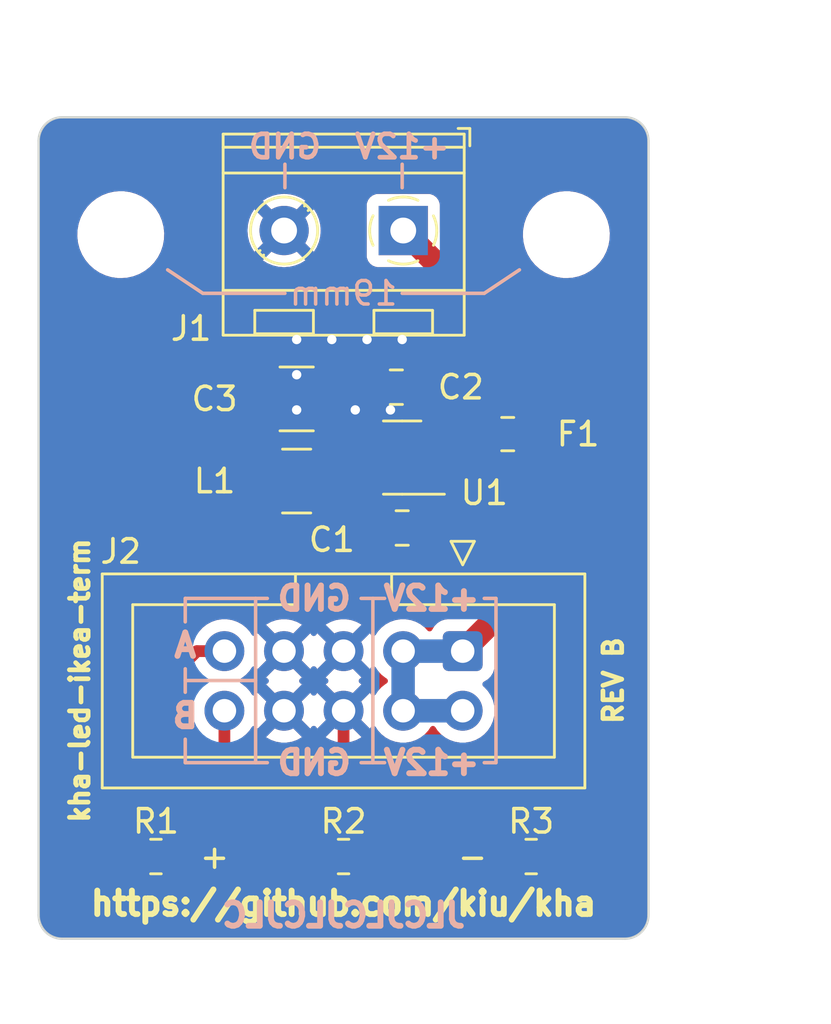
<source format=kicad_pcb>
(kicad_pcb (version 20221018) (generator pcbnew)
  (layers (0 "F.Cu" signal) (31 "B.Cu" signal) (34 "B.Paste" user) (35 "F.Paste" user) (36 "B.SilkS" user "B.Silkscreen") (37 "F.SilkS" user "F.Silkscreen") (38 "B.Mask" user) (39 "F.Mask" user) (44 "Edge.Cuts" user))
  (net 0 "")
  (net 1 "+5V")
  (net 2 "GND")
  (net 3 "Net-(U1-SW)")
  (net 4 "Net-(U1-BST)")
  (net 5 "Net-(U1-EN)")
  (net 6 "+12V")
  (net 7 "Net-(J2-Pin_9)")
  (net 8 "Net-(J2-Pin_10)")
  (footprint "MountingHole:MountingHole_3.2mm_M3" (layer "F.Cu") (at 93.5 47)
    (fp_text reference "H1" hide)
    (fp_text value "MountingHole")
    (pad "" np_thru_hole circle (at 0 0) (size 3.2 3.2) (drill 3.2) (layers "*.Cu" "*.Mask"))
  )
  (footprint "Resistor_SMD:R_0805_2012Metric" (layer "F.Cu") (at 95 73.5)
    (fp_text reference "R1" (at 0 -1.5) (layer "F.SilkS"))
    (fp_text value "R")
    (fp_line (start -0.227064 -0.735) (end 0.227064 -0.735) (stroke (width 0.12)) (layer "F.SilkS"))
    (fp_line (start -0.227064 0.735) (end 0.227064 0.735) (stroke (width 0.12)) (layer "F.SilkS"))
    (pad "1" smd roundrect (at -0.9125 0) (size 1.025 1.4) (layers "F.Cu" "F.Paste" "F.Mask") (roundrect_rratio 0.243902439) (net 1 "+5V"))
    (pad "2" smd roundrect (at 0.9125 0) (size 1.025 1.4) (layers "F.Cu" "F.Paste" "F.Mask") (roundrect_rratio 0.243902439) (net 7 "Net-(J2-Pin_9)"))
  )
  (footprint "Capacitor_SMD:C_0805_2012Metric" (layer "F.Cu") (at 105.5 59.5)
    (fp_text reference "C1" (at -3 0.5) (layer "F.SilkS"))
    (fp_text value "100nF")
    (fp_line (start -0.261252 -0.735) (end 0.261252 -0.735) (stroke (width 0.12)) (layer "F.SilkS"))
    (fp_line (start -0.261252 0.735) (end 0.261252 0.735) (stroke (width 0.12)) (layer "F.SilkS"))
    (pad "1" smd roundrect (at -0.95 0) (size 1 1.45) (layers "F.Cu" "F.Paste" "F.Mask") (net 3 "Net-(U1-SW)"))
    (pad "2" smd roundrect (at 0.95 0) (size 1 1.45) (layers "F.Cu" "F.Paste" "F.Mask") (net 4 "Net-(U1-BST)"))
  )
  (footprint "Fuse:Fuse_0805_2012Metric" (layer "F.Cu") (at 110 55.5)
    (fp_text reference "F1" (at 3 0) (layer "F.SilkS"))
    (fp_text value "Polyfuse")
    (fp_line (start -0.258578 -0.71) (end 0.258578 -0.71) (stroke (width 0.12)) (layer "F.SilkS"))
    (fp_line (start -0.258578 0.71) (end 0.258578 0.71) (stroke (width 0.12)) (layer "F.SilkS"))
    (pad "1" smd roundrect (at -0.9375 0) (size 0.975 1.4) (layers "F.Cu" "F.Paste" "F.Mask") (net 5 "Net-(U1-EN)"))
    (pad "2" smd roundrect (at 0.9375 0) (size 0.975 1.4) (layers "F.Cu" "F.Paste" "F.Mask") (net 6 "+12V"))
  )
  (footprint "MountingHole:MountingHole_3.2mm_M3" (layer "F.Cu") (at 112.5 47)
    (fp_text reference "H2" hide)
    (fp_text value "MountingHole")
    (pad "" np_thru_hole circle (at 0 0) (size 3.2 3.2) (drill 3.2) (layers "*.Cu" "*.Mask"))
  )
  (footprint "Capacitor_SMD:C_0805_2012Metric" (layer "F.Cu") (at 105.25 53.5)
    (fp_text reference "C2" (at 2.75 0) (layer "F.SilkS"))
    (fp_text value "10uF")
    (fp_line (start -0.261252 -0.735) (end 0.261252 -0.735) (stroke (width 0.12)) (layer "F.SilkS"))
    (fp_line (start -0.261252 0.735) (end 0.261252 0.735) (stroke (width 0.12)) (layer "F.SilkS"))
    (pad "1" smd roundrect (at -0.95 0) (size 1 1.45) (layers "F.Cu" "F.Paste" "F.Mask") (net 2 "GND"))
    (pad "2" smd roundrect (at 0.95 0) (size 1 1.45) (layers "F.Cu" "F.Paste" "F.Mask") (net 5 "Net-(U1-EN)"))
  )
  (footprint "TerminalBlock_RND:TerminalBlock_RND_205-00232_1x02_P5.08mm_Horizontal" (layer "F.Cu") (at 105.545 46.825 180)
    (fp_text reference "J1" (at 9.045 -4.175) (layer "F.SilkS"))
    (fp_text value "Screw_Terminal_01x02")
    (fp_line (start -2.84 3.61) (end -2.84 4.35) (stroke (width 0.12)) (layer "F.SilkS"))
    (fp_line (start -2.84 4.35) (end -2.34 4.35) (stroke (width 0.12)) (layer "F.SilkS"))
    (fp_line (start -2.6 -4.46) (end -2.6 4.11) (stroke (width 0.12)) (layer "F.SilkS"))
    (fp_line (start -2.6 -4.46) (end 7.68 -4.46) (stroke (width 0.12)) (layer "F.SilkS"))
    (fp_line (start -2.6 -2.55) (end 7.68 -2.55) (stroke (width 0.12)) (layer "F.SilkS"))
    (fp_line (start -2.6 2.45) (end 7.68 2.45) (stroke (width 0.12)) (layer "F.SilkS"))
    (fp_line (start -2.6 3.55) (end 7.68 3.55) (stroke (width 0.12)) (layer "F.SilkS"))
    (fp_line (start -2.6 4.11) (end 7.68 4.11) (stroke (width 0.12)) (layer "F.SilkS"))
    (fp_line (start -1.25 -4.4) (end -1.25 -3.4) (stroke (width 0.12)) (layer "F.SilkS"))
    (fp_line (start -1.25 -4.4) (end 1.25 -4.4) (stroke (width 0.12)) (layer "F.SilkS"))
    (fp_line (start -1.25 -3.4) (end 1.25 -3.4) (stroke (width 0.12)) (layer "F.SilkS"))
    (fp_line (start 1.25 -4.4) (end 1.25 -3.4) (stroke (width 0.12)) (layer "F.SilkS"))
    (fp_line (start 3.83 -4.4) (end 3.83 -3.4) (stroke (width 0.12)) (layer "F.SilkS"))
    (fp_line (start 3.83 -4.4) (end 6.33 -4.4) (stroke (width 0.12)) (layer "F.SilkS"))
    (fp_line (start 3.83 -3.4) (end 6.33 -3.4) (stroke (width 0.12)) (layer "F.SilkS"))
    (fp_line (start 4.056 0.85) (end 3.996 0.91) (stroke (width 0.12)) (layer "F.SilkS"))
    (fp_line (start 4.21 1.045) (end 4.17 1.085) (stroke (width 0.12)) (layer "F.SilkS"))
    (fp_line (start 5.991 -1.085) (end 5.951 -1.045) (stroke (width 0.12)) (layer "F.SilkS"))
    (fp_line (start 6.165 -0.91) (end 6.105 -0.851) (stroke (width 0.12)) (layer "F.SilkS"))
    (fp_line (start 6.33 -4.4) (end 6.33 -3.4) (stroke (width 0.12)) (layer "F.SilkS"))
    (fp_line (start 7.68 -4.46) (end 7.68 4.11) (stroke (width 0.12)) (layer "F.SilkS"))
    (fp_arc (start -1.286611 0.626746) (mid -1.431146 -0.000698) (end -1.286 -0.628) (stroke (width 0.12)) (layer "F.SilkS"))
    (fp_arc (start -0.627362 -1.285823) (mid -0.000201 -1.430706) (end 0.627 -1.286) (stroke (width 0.12)) (layer "F.SilkS"))
    (fp_arc (start 0.02428 1.43094) (mid -0.310437 1.397071) (end -0.628 1.286) (stroke (width 0.12)) (layer "F.SilkS"))
    (fp_arc (start 0.626871 1.285275) (mid 0.32168 1.393349) (end 0 1.43) (stroke (width 0.12)) (layer "F.SilkS"))
    (fp_arc (start 1.285823 -0.627362) (mid 1.430707 -0.000201) (end 1.286 0.627) (stroke (width 0.12)) (layer "F.SilkS"))
    (fp_circle (center 5.08 0) (end 6.51 0) (stroke (width 0.12)) (fill none) (layer "F.SilkS"))
    (pad "1" thru_hole rect (at 0 0 180) (size 2.1 2.1) (drill 1.1) (layers "*.Cu" "*.Mask") (net 6 "+12V"))
    (pad "2" thru_hole circle (at 5.08 0 180) (size 2.1 2.1) (drill 1.1) (layers "*.Cu" "*.Mask") (net 2 "GND"))
  )
  (footprint "Capacitor_SMD:C_1210_3225Metric" (layer "F.Cu") (at 101 54)
    (fp_text reference "C3" (at -3.5 0) (layer "F.SilkS"))
    (fp_text value "47uF")
    (fp_line (start -0.711252 -1.36) (end 0.711252 -1.36) (stroke (width 0.12)) (layer "F.SilkS"))
    (fp_line (start -0.711252 1.36) (end 0.711252 1.36) (stroke (width 0.12)) (layer "F.SilkS"))
    (pad "1" smd roundrect (at -1.475 0) (size 1.15 2.7) (layers "F.Cu" "F.Paste" "F.Mask") (roundrect_rratio 0.2173913043) (net 1 "+5V"))
    (pad "2" smd roundrect (at 1.475 0) (size 1.15 2.7) (layers "F.Cu" "F.Paste" "F.Mask") (roundrect_rratio 0.2173913043) (net 2 "GND"))
  )
  (footprint "Connector_IDC:IDC-Header_2x05_P2.54mm_Vertical" (layer "F.Cu") (at 108.08 64.7475 -90)
    (fp_text reference "J2" (at -4.2475 14.58) (layer "F.SilkS"))
    (fp_text value "Conn_01x10")
    (fp_line (start -4.68 -0.5) (end -4.68 0.5) (stroke (width 0.12)) (layer "F.SilkS"))
    (fp_line (start -4.68 0.5) (end -3.68 0) (stroke (width 0.12)) (layer "F.SilkS"))
    (fp_line (start -3.68 0) (end -4.68 -0.5) (stroke (width 0.12)) (layer "F.SilkS"))
    (fp_line (start -3.29 -5.21) (end 5.83 -5.21) (stroke (width 0.12)) (layer "F.SilkS"))
    (fp_line (start -3.29 3.03) (end -1.98 3.03) (stroke (width 0.12)) (layer "F.SilkS"))
    (fp_line (start -3.29 15.37) (end -3.29 -5.21) (stroke (width 0.12)) (layer "F.SilkS"))
    (fp_line (start -1.98 -3.91) (end 4.52 -3.91) (stroke (width 0.12)) (layer "F.SilkS"))
    (fp_line (start -1.98 3.03) (end -1.98 -3.91) (stroke (width 0.12)) (layer "F.SilkS"))
    (fp_line (start -1.98 7.13) (end -3.29 7.13) (stroke (width 0.12)) (layer "F.SilkS"))
    (fp_line (start -1.98 7.13) (end -1.98 7.13) (stroke (width 0.12)) (layer "F.SilkS"))
    (fp_line (start -1.98 14.07) (end -1.98 7.13) (stroke (width 0.12)) (layer "F.SilkS"))
    (fp_line (start 4.52 -3.91) (end 4.52 14.07) (stroke (width 0.12)) (layer "F.SilkS"))
    (fp_line (start 4.52 14.07) (end -1.98 14.07) (stroke (width 0.12)) (layer "F.SilkS"))
    (fp_line (start 5.83 -5.21) (end 5.83 15.37) (stroke (width 0.12)) (layer "F.SilkS"))
    (fp_line (start 5.83 15.37) (end -3.29 15.37) (stroke (width 0.12)) (layer "F.SilkS"))
    (pad "1" thru_hole roundrect (at 0 0 270) (size 1.7 1.7) (drill 1) (layers "*.Cu" "*.Mask") (roundrect_rratio 0.1470588235) (net 6 "+12V"))
    (pad "2" thru_hole circle (at 2.54 0 270) (size 1.7 1.7) (drill 1) (layers "*.Cu" "*.Mask") (net 6 "+12V"))
    (pad "3" thru_hole circle (at 0 2.54 270) (size 1.7 1.7) (drill 1) (layers "*.Cu" "*.Mask") (net 6 "+12V"))
    (pad "4" thru_hole circle (at 2.54 2.54 270) (size 1.7 1.7) (drill 1) (layers "*.Cu" "*.Mask") (net 6 "+12V"))
    (pad "5" thru_hole circle (at 0 5.08 270) (size 1.7 1.7) (drill 1) (layers "*.Cu" "*.Mask") (net 2 "GND"))
    (pad "6" thru_hole circle (at 2.54 5.08 270) (size 1.7 1.7) (drill 1) (layers "*.Cu" "*.Mask") (net 2 "GND"))
    (pad "7" thru_hole circle (at 0 7.62 270) (size 1.7 1.7) (drill 1) (layers "*.Cu" "*.Mask") (net 2 "GND"))
    (pad "8" thru_hole circle (at 2.54 7.62 270) (size 1.7 1.7) (drill 1) (layers "*.Cu" "*.Mask") (net 2 "GND"))
    (pad "9" thru_hole circle (at 0 10.16 270) (size 1.7 1.7) (drill 1) (layers "*.Cu" "*.Mask") (net 7 "Net-(J2-Pin_9)"))
    (pad "10" thru_hole circle (at 2.54 10.16 270) (size 1.7 1.7) (drill 1) (layers "*.Cu" "*.Mask") (net 8 "Net-(J2-Pin_10)"))
  )
  (footprint "Resistor_SMD:R_0805_2012Metric" (layer "F.Cu") (at 103 73.5)
    (fp_text reference "R2" (at 0 -1.5) (layer "F.SilkS"))
    (fp_text value "R")
    (fp_line (start -0.227064 -0.735) (end 0.227064 -0.735) (stroke (width 0.12)) (layer "F.SilkS"))
    (fp_line (start -0.227064 0.735) (end 0.227064 0.735) (stroke (width 0.12)) (layer "F.SilkS"))
    (pad "1" smd roundrect (at -0.9125 0) (size 1.025 1.4) (layers "F.Cu" "F.Paste" "F.Mask") (roundrect_rratio 0.243902439) (net 7 "Net-(J2-Pin_9)"))
    (pad "2" smd roundrect (at 0.9125 0) (size 1.025 1.4) (layers "F.Cu" "F.Paste" "F.Mask") (roundrect_rratio 0.243902439) (net 8 "Net-(J2-Pin_10)"))
  )
  (footprint "Package_TO_SOT_SMD:TSOT-23-6" (layer "F.Cu") (at 105.5 56.5 180)
    (fp_text reference "U1" (at -3.5 -1.5) (layer "F.SilkS"))
    (fp_text value "AP63205WU")
    (fp_line (start 0 -1.56) (end -1.8 -1.56) (stroke (width 0.12)) (layer "F.SilkS"))
    (fp_line (start 0 -1.56) (end 0.8 -1.56) (stroke (width 0.12)) (layer "F.SilkS"))
    (fp_line (start 0 1.56) (end -0.8 1.56) (stroke (width 0.12)) (layer "F.SilkS"))
    (fp_line (start 0 1.56) (end 0.8 1.56) (stroke (width 0.12)) (layer "F.SilkS"))
    (pad "1" smd roundrect (at -1.1375 -0.95 180) (size 1.325 0.6) (layers "F.Cu" "F.Paste" "F.Mask") (net 1 "+5V"))
    (pad "2" smd roundrect (at -1.1375 0 180) (size 1.325 0.6) (layers "F.Cu" "F.Paste" "F.Mask") (net 5 "Net-(U1-EN)"))
    (pad "3" smd roundrect (at -1.1375 0.95 180) (size 1.325 0.6) (layers "F.Cu" "F.Paste" "F.Mask") (net 5 "Net-(U1-EN)"))
    (pad "4" smd roundrect (at 1.1375 0.95 180) (size 1.325 0.6) (layers "F.Cu" "F.Paste" "F.Mask") (net 2 "GND"))
    (pad "5" smd roundrect (at 1.1375 0 180) (size 1.325 0.6) (layers "F.Cu" "F.Paste" "F.Mask") (net 3 "Net-(U1-SW)"))
    (pad "6" smd roundrect (at 1.1375 -0.95 180) (size 1.325 0.6) (layers "F.Cu" "F.Paste" "F.Mask") (net 4 "Net-(U1-BST)"))
  )
  (footprint "Resistor_SMD:R_0805_2012Metric" (layer "F.Cu") (at 111 73.5)
    (fp_text reference "R3" (at 0 -1.5) (layer "F.SilkS"))
    (fp_text value "R")
    (fp_line (start -0.227064 -0.735) (end 0.227064 -0.735) (stroke (width 0.12)) (layer "F.SilkS"))
    (fp_line (start -0.227064 0.735) (end 0.227064 0.735) (stroke (width 0.12)) (layer "F.SilkS"))
    (pad "1" smd roundrect (at -0.9125 0) (size 1.025 1.4) (layers "F.Cu" "F.Paste" "F.Mask") (roundrect_rratio 0.243902439) (net 8 "Net-(J2-Pin_10)"))
    (pad "2" smd roundrect (at 0.9125 0) (size 1.025 1.4) (layers "F.Cu" "F.Paste" "F.Mask") (roundrect_rratio 0.243902439) (net 2 "GND"))
  )
  (footprint "Inductor_SMD:L_1210_3225Metric" (layer "F.Cu") (at 101 57.5 180)
    (fp_text reference "L1" (at 3.5 0) (layer "F.SilkS"))
    (fp_text value "4.7uH")
    (fp_line (start -0.602064 -1.36) (end 0.602064 -1.36) (stroke (width 0.12)) (layer "F.SilkS"))
    (fp_line (start -0.602064 1.36) (end 0.602064 1.36) (stroke (width 0.12)) (layer "F.SilkS"))
    (pad "1" smd roundrect (at -1.4 0 180) (size 1.25 2.65) (layers "F.Cu" "F.Paste" "F.Mask") (roundrect_rratio 0.2) (net 3 "Net-(U1-SW)"))
    (pad "2" smd roundrect (at 1.4 0 180) (size 1.25 2.65) (layers "F.Cu" "F.Paste" "F.Mask") (roundrect_rratio 0.2) (net 1 "+5V"))
  )
  (gr_line (start 96.25 68.5) (end 96.25 69.5) (stroke (width 0.15)) (layer "B.SilkS"))
  (gr_line (start 100.5 45) (end 100.5 44) (stroke (width 0.15)) (layer "B.SilkS"))
  (gr_line (start 99.25 62.5) (end 99.25 69.5) (stroke (width 0.15)) (layer "B.SilkS"))
  (gr_line (start 95.5 48.5) (end 97 49.5) (stroke (width 0.15)) (layer "B.SilkS"))
  (gr_line (start 99.75 62.5) (end 96.25 62.5) (stroke (width 0.15)) (layer "B.SilkS"))
  (gr_line (start 96.25 62.5) (end 96.25 63.5) (stroke (width 0.15)) (layer "B.SilkS"))
  (gr_line (start 104.25 62.5) (end 104.25 69.5) (stroke (width 0.15)) (layer "B.SilkS"))
  (gr_line (start 103.75 69.5) (end 104.75 69.5) (stroke (width 0.15)) (layer "B.SilkS"))
  (gr_line (start 109.5 62.5) (end 109 62.5) (stroke (width 0.15)) (layer "B.SilkS"))
  (gr_line (start 96.25 65.5) (end 96.25 66.5) (stroke (width 0.15)) (layer "B.SilkS"))
  (gr_line (start 97 49.5) (end 100.5 49.5) (stroke (width 0.15)) (layer "B.SilkS"))
  (gr_line (start 96.25 69.5) (end 99.75 69.5) (stroke (width 0.15)) (layer "B.SilkS"))
  (gr_line (start 104.75 62.5) (end 103.75 62.5) (stroke (width 0.15)) (layer "B.SilkS"))
  (gr_line (start 105.5 49.5) (end 109 49.5) (stroke (width 0.15)) (layer "B.SilkS"))
  (gr_line (start 109.5 69.5) (end 109 69.5) (stroke (width 0.15)) (layer "B.SilkS"))
  (gr_line (start 109.5 62.5) (end 109.5 69.5) (stroke (width 0.15)) (layer "B.SilkS"))
  (gr_line (start 99.25 66) (end 96.25 66) (stroke (width 0.15)) (layer "B.SilkS"))
  (gr_line (start 105.5 45) (end 105.5 44) (stroke (width 0.15)) (layer "B.SilkS"))
  (gr_line (start 109 49.5) (end 110.5 48.5) (stroke (width 0.15)) (layer "B.SilkS"))
  (gr_line (start 90 76) (end 90 43) (stroke (width 0.1)) (layer "Edge.Cuts"))
  (gr_line (start 115 77) (end 91 77) (stroke (width 0.1)) (layer "Edge.Cuts"))
  (gr_line (start 91 42) (end 115 42) (stroke (width 0.1)) (layer "Edge.Cuts"))
  (gr_arc (start 116 76) (mid 115.707107 76.707107) (end 115 77) (stroke (width 0.1)) (layer "Edge.Cuts"))
  (gr_arc (start 90 43) (mid 90.292893 42.292893) (end 91 42) (stroke (width 0.1)) (layer "Edge.Cuts"))
  (gr_arc (start 91 77) (mid 90.292893 76.707107) (end 90 76) (stroke (width 0.1)) (layer "Edge.Cuts"))
  (gr_arc (start 115 42) (mid 115.707107 42.292893) (end 116 43) (stroke (width 0.1)) (layer "Edge.Cuts"))
  (gr_line (start 116 43) (end 116 76) (stroke (width 0.1)) (layer "Edge.Cuts"))
  (gr_text "GND" (at 101.75 69.5) (layer "B.SilkS") (effects (font (size 1 1) (thickness 0.25)) (justify mirror)))
  (gr_text "19mm" (at 103 49.5) (layer "B.SilkS") (effects (font (size 1 1)) (justify mirror)))
  (gr_text "GND" (at 101.75 62.5) (layer "B.SilkS") (effects (font (size 1 1) (thickness 0.25)) (justify mirror)))
  (gr_text "B" (at 96.25 67.5) (layer "B.SilkS") (effects (font (size 1 1) (thickness 0.25)) (justify mirror)))
  (gr_text "+12V" (at 106.75 62.5) (layer "B.SilkS") (effects (font (size 1 1) (thickness 0.25)) (justify mirror)))
  (gr_text "GND" (at 100.5 43.25) (layer "B.SilkS") (effects (font (size 1 1) (thickness 0.2)) (justify mirror)))
  (gr_text "JLCJLCJLCJLC" (at 103 76) (layer "B.SilkS") (effects (font (size 1 1) (thickness 0.25)) (justify mirror)))
  (gr_text "+12V" (at 106.75 69.5) (layer "B.SilkS") (effects (font (size 1 1) (thickness 0.25)) (justify mirror)))
  (gr_text "+12V" (at 105.5 43.25) (layer "B.SilkS") (effects (font (size 1 1) (thickness 0.2)) (justify mirror)))
  (gr_text "A" (at 96.25 64.5) (layer "B.SilkS") (effects (font (size 1 1) (thickness 0.25)) (justify mirror)))
  (gr_text "+" (at 97.5 73.5) (layer "F.SilkS") (effects (font (size 1 1))))
  (gr_text "-" (at 108.5 73.5) (layer "F.SilkS") (effects (font (size 1 1))))
  (gr_text "https://github.com/kiu/kha" (at 103 75.5) (layer "F.SilkS") (effects (font (size 1 1) (thickness 0.25))))
  (gr_text "REV B" (at 114.5 66 90) (layer "F.SilkS") (effects (font (size 0.8 0.8) (thickness 0.2))))
  (gr_text "kha-led-ikea-term" (at 91.75 66 90) (layer "F.SilkS") (effects (font (size 0.8 0.8) (thickness 0.2))))
  (segment (start 99.6 57.46875) (end 99.6 54.04375) (width 1) (layer "F.Cu") (net 1))
  (segment (start 96.5 61.5) (end 100.5 61.5) (width 0.5) (layer "F.Cu") (net 1))
  (segment (start 99.6 54.04375) (end 99.525 53.96875) (width 1) (layer "F.Cu") (net 1))
  (segment (start 100.5 61.5) (end 99.6 60.6) (width 0.5) (layer "F.Cu") (net 1))
  (segment (start 107.5 58.28125) (end 107.5 60.5) (width 0.5) (layer "F.Cu") (net 1))
  (segment (start 107.5 60.5) (end 106.5 61.5) (width 0.5) (layer "F.Cu") (net 1))
  (segment (start 99.6 60.6) (end 99.6 57.5) (width 0.5) (layer "F.Cu") (net 1))
  (segment (start 94.0875 63.9125) (end 96.5 61.5) (width 0.5) (layer "F.Cu") (net 1))
  (segment (start 106.6375 57.41875) (end 107.5 58.28125) (width 0.5) (layer "F.Cu") (net 1))
  (segment (start 94.0875 73.5) (end 94.0875 63.9125) (width 0.5) (layer "F.Cu") (net 1))
  (segment (start 106.5 61.5) (end 100.5 61.5) (width 0.5) (layer "F.Cu") (net 1))
  (segment (start 110 69.5) (end 111.9125 71.4125) (width 0.5) (layer "F.Cu") (net 2))
  (segment (start 103.5 69.5) (end 110 69.5) (width 0.5) (layer "F.Cu") (net 2))
  (segment (start 111.9125 71.4125) (end 111.9125 73.5) (width 0.5) (layer "F.Cu") (net 2))
  (segment (start 103 67.2875) (end 103 69) (width 0.5) (layer "F.Cu") (net 2))
  (segment (start 103 69) (end 103.5 69.5) (width 0.5) (layer "F.Cu") (net 2))
  (via (at 105.5 51.46875) (size 0.8) (drill 0.4) (layers "F.Cu" "B.Cu") (net 2))
  (via (at 101 54.46875) (size 0.8) (drill 0.4) (layers "F.Cu" "B.Cu") (net 2))
  (via (at 101 51.46875) (size 0.8) (drill 0.4) (layers "F.Cu" "B.Cu") (net 2))
  (via (at 103.5 54.46875) (size 0.8) (drill 0.4) (layers "F.Cu" "B.Cu") (net 2))
  (via (at 105 54.46875) (size 0.8) (drill 0.4) (layers "F.Cu" "B.Cu") (net 2))
  (via (at 104 51.46875) (size 0.8) (drill 0.4) (layers "F.Cu" "B.Cu") (net 2))
  (via (at 102.5 51.46875) (size 0.8) (drill 0.4) (layers "F.Cu" "B.Cu") (net 2))
  (via (at 101 52.96875) (size 0.8) (drill 0.4) (layers "F.Cu" "B.Cu") (net 2))
  (segment (start 104.3625 56.46875) (end 103.4 56.46875) (width 0.6) (layer "F.Cu") (net 3))
  (segment (start 102.4 58.86875) (end 102.4 57.46875) (width 0.6) (layer "F.Cu") (net 3))
  (segment (start 103.4 56.46875) (end 102.4 57.46875) (width 0.6) (layer "F.Cu") (net 3))
  (segment (start 104.55 59.46875) (end 103 59.46875) (width 0.6) (layer "F.Cu") (net 3))
  (segment (start 103 59.46875) (end 102.4 58.86875) (width 0.6) (layer "F.Cu") (net 3))
  (segment (start 104.95 57.41875) (end 106.45 58.91875) (width 0.6) (layer "F.Cu") (net 4))
  (segment (start 104.3625 57.41875) (end 104.95 57.41875) (width 0.6) (layer "F.Cu") (net 4))
  (segment (start 106.45 58.91875) (end 106.45 59.46875) (width 0.6) (layer "F.Cu") (net 4))
  (segment (start 106.6375 56.46875) (end 106.6375 55.51875) (width 0.6) (layer "F.Cu") (net 5))
  (segment (start 106.6875 55.46875) (end 106.6375 55.51875) (width 1) (layer "F.Cu") (net 5))
  (segment (start 106.2 55.08125) (end 106.6375 55.51875) (width 1) (layer "F.Cu") (net 5))
  (segment (start 109.0625 55.46875) (end 106.6875 55.46875) (width 1) (layer "F.Cu") (net 5))
  (segment (start 106.2 53.46875) (end 106.2 55.08125) (width 1) (layer "F.Cu") (net 5))
  (segment (start 110.9375 61.89) (end 108.08 64.7475) (width 1) (layer "F.Cu") (net 6))
  (segment (start 110.9375 52.2175) (end 110.9375 55.5) (width 1) (layer "F.Cu") (net 6))
  (segment (start 105.545 46.825) (end 110.9375 52.2175) (width 1) (layer "F.Cu") (net 6))
  (segment (start 110.9375 55.5) (end 110.9375 61.89) (width 1) (layer "F.Cu") (net 6))
  (segment (start 105.54 64.7475) (end 105.54 67.2875) (width 1) (layer "B.Cu") (net 6))
  (segment (start 108.08 64.7475) (end 105.54 64.7475) (width 1) (layer "B.Cu") (net 6))
  (segment (start 105.54 67.2875) (end 108.08 67.2875) (width 1) (layer "B.Cu") (net 6))
  (segment (start 97.92 64.7475) (end 96.7475 64.7475) (width 0.5) (layer "F.Cu") (net 7))
  (segment (start 95.9125 65.5875) (end 96.7475 64.7525) (width 0.5) (layer "F.Cu") (net 7))
  (segment (start 102.0875 73.5) (end 95.9125 73.5) (width 0.5) (layer "F.Cu") (net 7))
  (segment (start 95.9125 65.5875) (end 95.9125 73.5) (width 0.5) (layer "F.Cu") (net 7))
  (segment (start 96.7475 64.7525) (end 96.7475 64.7475) (width 0.5) (layer "F.Cu") (net 7))
  (segment (start 110.0875 73.5) (end 103.9125 73.5) (width 0.5) (layer "F.Cu") (net 8))
  (segment (start 97.92 67.2875) (end 97.92 69.42) (width 0.5) (layer "F.Cu") (net 8))
  (segment (start 104 72.5) (end 104 73.4125) (width 0.5) (layer "F.Cu") (net 8))
  (segment (start 104 73.4125) (end 103.9125 73.5) (width 0.5) (layer "F.Cu") (net 8))
  (segment (start 97.92 69.42) (end 100 71.5) (width 0.5) (layer "F.Cu") (net 8))
  (segment (start 103 71.5) (end 104 72.5) (width 0.5) (layer "F.Cu") (net 8))
  (segment (start 100 71.5) (end 103 71.5) (width 0.5) (layer "F.Cu") (net 8))
  (zone (net 2) (net_name "GND") (layer "F.Cu") (priority 1) (connect_pads yes (clearance 0.508)) (min_thickness 0.25) (fill yes (thermal_gap 0.5) (thermal_bridge_width 0.5))
    (polygon (pts (xy 100.75 51.21875) (xy 105.25 51.21875) (xy 105.25 55.96875) (xy 100.75 55.96875)))
  )
  (zone (net 2) (net_name "GND") (layers "F&B.Cu") (connect_pads (clearance 0.508)) (min_thickness 0.254) (fill yes (thermal_gap 0.508) (thermal_bridge_width 0.508))
    (polygon (pts (xy 116 77) (xy 90 77) (xy 90 42) (xy 116 42)))
  )
)
</source>
